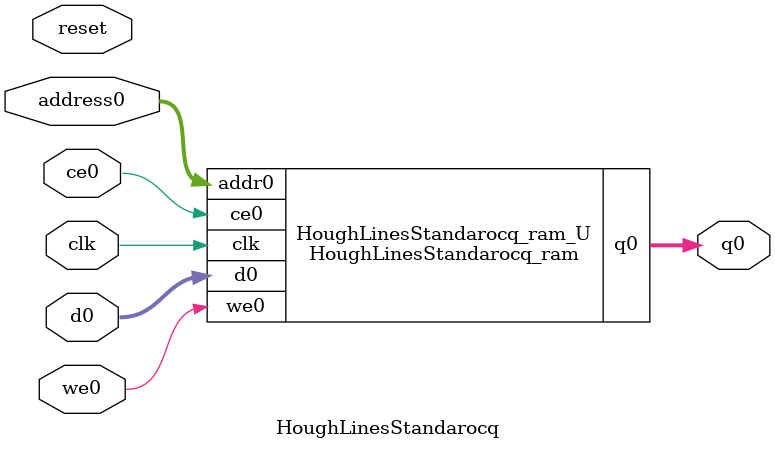
<source format=v>

`timescale 1 ns / 1 ps
module HoughLinesStandarocq_ram (addr0, ce0, d0, we0, q0,  clk);

parameter DWIDTH = 32;
parameter AWIDTH = 18;
parameter MEM_SIZE = 204386;

input[AWIDTH-1:0] addr0;
input ce0;
input[DWIDTH-1:0] d0;
input we0;
output reg[DWIDTH-1:0] q0;
input clk;

(* ram_style = "block" *)reg [DWIDTH-1:0] ram[0:MEM_SIZE-1];




always @(posedge clk)  
begin 
    if (ce0) 
    begin
        if (we0) 
        begin 
            ram[addr0] <= d0; 
            q0 <= d0;
        end 
        else 
            q0 <= ram[addr0];
    end
end


endmodule


`timescale 1 ns / 1 ps
module HoughLinesStandarocq(
    reset,
    clk,
    address0,
    ce0,
    we0,
    d0,
    q0);

parameter DataWidth = 32'd32;
parameter AddressRange = 32'd204386;
parameter AddressWidth = 32'd18;
input reset;
input clk;
input[AddressWidth - 1:0] address0;
input ce0;
input we0;
input[DataWidth - 1:0] d0;
output[DataWidth - 1:0] q0;



HoughLinesStandarocq_ram HoughLinesStandarocq_ram_U(
    .clk( clk ),
    .addr0( address0 ),
    .ce0( ce0 ),
    .we0( we0 ),
    .d0( d0 ),
    .q0( q0 ));

endmodule


</source>
